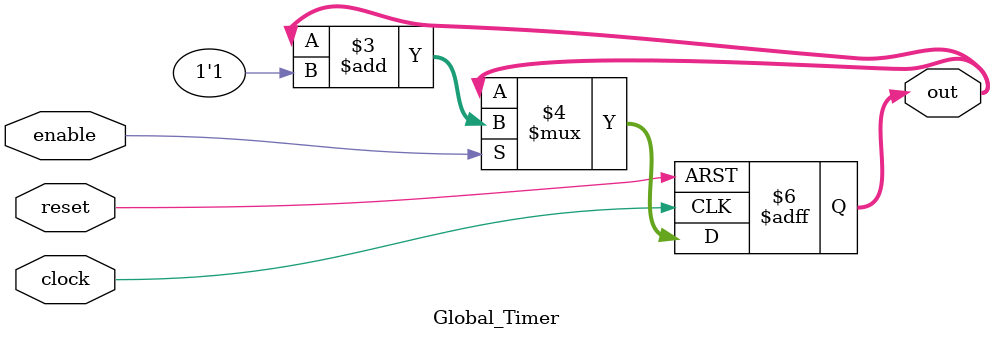
<source format=v>
module Global_Timer (clock,enable,reset,out); 
	input clock; 
	input enable;
	input reset;
	output reg [7:0]out;
	
	always @ (posedge clock, posedge reset)
	begin
		if (reset)
			out <= 0;
		else if (enable == 1'b1)
			out <= out + 1'b1;
	end
endmodule

</source>
